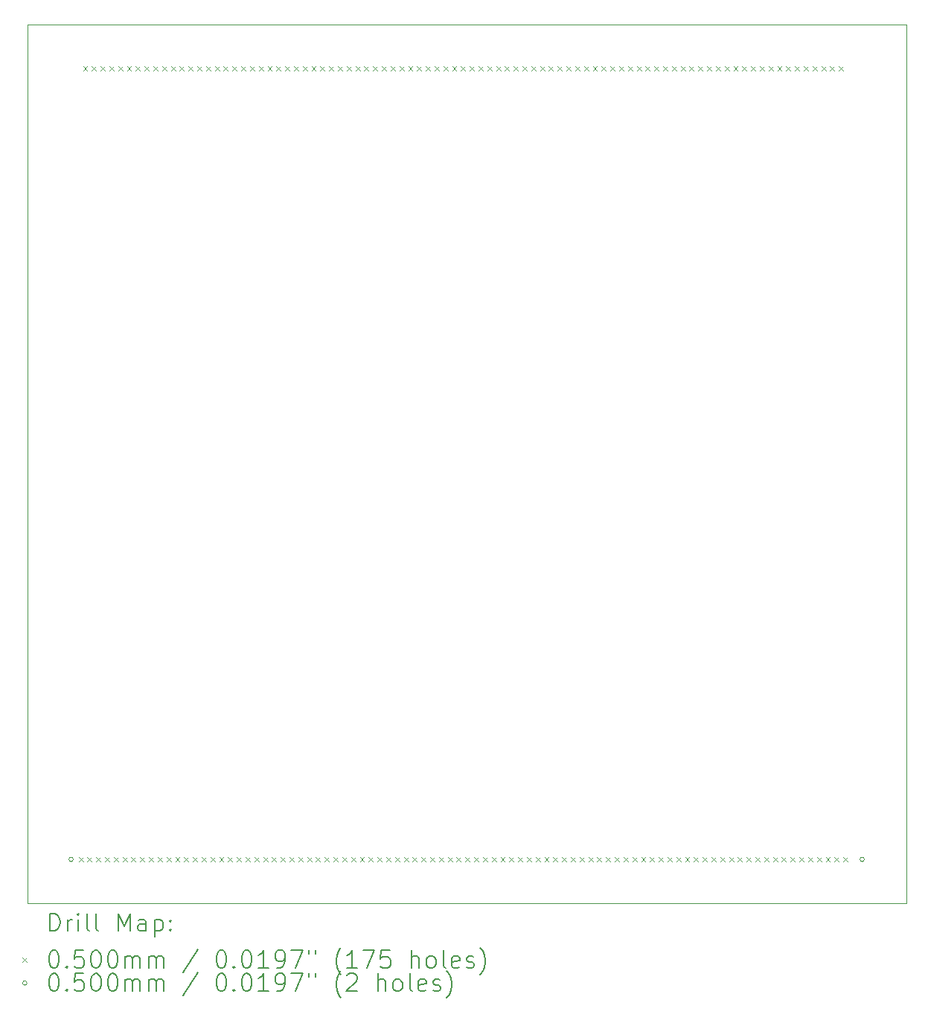
<source format=gbr>
%TF.GenerationSoftware,KiCad,Pcbnew,8.0.4*%
%TF.CreationDate,2024-09-11T16:59:29+10:00*%
%TF.ProjectId,pcb-inductor,7063622d-696e-4647-9563-746f722e6b69,rev?*%
%TF.SameCoordinates,Original*%
%TF.FileFunction,Drillmap*%
%TF.FilePolarity,Positive*%
%FSLAX45Y45*%
G04 Gerber Fmt 4.5, Leading zero omitted, Abs format (unit mm)*
G04 Created by KiCad (PCBNEW 8.0.4) date 2024-09-11 16:59:29*
%MOMM*%
%LPD*%
G01*
G04 APERTURE LIST*
%ADD10C,0.050000*%
%ADD11C,0.200000*%
%ADD12C,0.100000*%
G04 APERTURE END LIST*
D10*
X10500000Y-5000000D02*
X20500000Y-5000000D01*
X20500000Y-15000000D01*
X10500000Y-15000000D01*
X10500000Y-5000000D01*
D11*
D12*
X11085000Y-14475000D02*
X11135000Y-14525000D01*
X11135000Y-14475000D02*
X11085000Y-14525000D01*
X11135000Y-5475000D02*
X11185000Y-5525000D01*
X11185000Y-5475000D02*
X11135000Y-5525000D01*
X11185000Y-14475000D02*
X11235000Y-14525000D01*
X11235000Y-14475000D02*
X11185000Y-14525000D01*
X11235000Y-5475000D02*
X11285000Y-5525000D01*
X11285000Y-5475000D02*
X11235000Y-5525000D01*
X11285000Y-14475000D02*
X11335000Y-14525000D01*
X11335000Y-14475000D02*
X11285000Y-14525000D01*
X11335000Y-5475000D02*
X11385000Y-5525000D01*
X11385000Y-5475000D02*
X11335000Y-5525000D01*
X11385000Y-14475000D02*
X11435000Y-14525000D01*
X11435000Y-14475000D02*
X11385000Y-14525000D01*
X11435000Y-5475000D02*
X11485000Y-5525000D01*
X11485000Y-5475000D02*
X11435000Y-5525000D01*
X11485000Y-14475000D02*
X11535000Y-14525000D01*
X11535000Y-14475000D02*
X11485000Y-14525000D01*
X11535000Y-5475000D02*
X11585000Y-5525000D01*
X11585000Y-5475000D02*
X11535000Y-5525000D01*
X11585000Y-14475000D02*
X11635000Y-14525000D01*
X11635000Y-14475000D02*
X11585000Y-14525000D01*
X11635000Y-5475000D02*
X11685000Y-5525000D01*
X11685000Y-5475000D02*
X11635000Y-5525000D01*
X11685000Y-14475000D02*
X11735000Y-14525000D01*
X11735000Y-14475000D02*
X11685000Y-14525000D01*
X11735000Y-5475000D02*
X11785000Y-5525000D01*
X11785000Y-5475000D02*
X11735000Y-5525000D01*
X11785000Y-14475000D02*
X11835000Y-14525000D01*
X11835000Y-14475000D02*
X11785000Y-14525000D01*
X11835000Y-5475000D02*
X11885000Y-5525000D01*
X11885000Y-5475000D02*
X11835000Y-5525000D01*
X11885000Y-14475000D02*
X11935000Y-14525000D01*
X11935000Y-14475000D02*
X11885000Y-14525000D01*
X11935000Y-5475000D02*
X11985000Y-5525000D01*
X11985000Y-5475000D02*
X11935000Y-5525000D01*
X11985000Y-14475000D02*
X12035000Y-14525000D01*
X12035000Y-14475000D02*
X11985000Y-14525000D01*
X12035000Y-5475000D02*
X12085000Y-5525000D01*
X12085000Y-5475000D02*
X12035000Y-5525000D01*
X12085000Y-14475000D02*
X12135000Y-14525000D01*
X12135000Y-14475000D02*
X12085000Y-14525000D01*
X12135000Y-5475000D02*
X12185000Y-5525000D01*
X12185000Y-5475000D02*
X12135000Y-5525000D01*
X12185000Y-14475000D02*
X12235000Y-14525000D01*
X12235000Y-14475000D02*
X12185000Y-14525000D01*
X12235000Y-5475000D02*
X12285000Y-5525000D01*
X12285000Y-5475000D02*
X12235000Y-5525000D01*
X12285000Y-14475000D02*
X12335000Y-14525000D01*
X12335000Y-14475000D02*
X12285000Y-14525000D01*
X12335000Y-5475000D02*
X12385000Y-5525000D01*
X12385000Y-5475000D02*
X12335000Y-5525000D01*
X12385000Y-14475000D02*
X12435000Y-14525000D01*
X12435000Y-14475000D02*
X12385000Y-14525000D01*
X12435000Y-5475000D02*
X12485000Y-5525000D01*
X12485000Y-5475000D02*
X12435000Y-5525000D01*
X12485000Y-14475000D02*
X12535000Y-14525000D01*
X12535000Y-14475000D02*
X12485000Y-14525000D01*
X12535000Y-5475000D02*
X12585000Y-5525000D01*
X12585000Y-5475000D02*
X12535000Y-5525000D01*
X12585000Y-14475000D02*
X12635000Y-14525000D01*
X12635000Y-14475000D02*
X12585000Y-14525000D01*
X12635000Y-5475000D02*
X12685000Y-5525000D01*
X12685000Y-5475000D02*
X12635000Y-5525000D01*
X12685000Y-14475000D02*
X12735000Y-14525000D01*
X12735000Y-14475000D02*
X12685000Y-14525000D01*
X12735000Y-5475000D02*
X12785000Y-5525000D01*
X12785000Y-5475000D02*
X12735000Y-5525000D01*
X12785000Y-14475000D02*
X12835000Y-14525000D01*
X12835000Y-14475000D02*
X12785000Y-14525000D01*
X12835000Y-5475000D02*
X12885000Y-5525000D01*
X12885000Y-5475000D02*
X12835000Y-5525000D01*
X12885000Y-14475000D02*
X12935000Y-14525000D01*
X12935000Y-14475000D02*
X12885000Y-14525000D01*
X12935000Y-5475000D02*
X12985000Y-5525000D01*
X12985000Y-5475000D02*
X12935000Y-5525000D01*
X12985000Y-14475000D02*
X13035000Y-14525000D01*
X13035000Y-14475000D02*
X12985000Y-14525000D01*
X13035000Y-5475000D02*
X13085000Y-5525000D01*
X13085000Y-5475000D02*
X13035000Y-5525000D01*
X13085000Y-14475000D02*
X13135000Y-14525000D01*
X13135000Y-14475000D02*
X13085000Y-14525000D01*
X13135000Y-5475000D02*
X13185000Y-5525000D01*
X13185000Y-5475000D02*
X13135000Y-5525000D01*
X13185000Y-14475000D02*
X13235000Y-14525000D01*
X13235000Y-14475000D02*
X13185000Y-14525000D01*
X13235000Y-5475000D02*
X13285000Y-5525000D01*
X13285000Y-5475000D02*
X13235000Y-5525000D01*
X13285000Y-14475000D02*
X13335000Y-14525000D01*
X13335000Y-14475000D02*
X13285000Y-14525000D01*
X13335000Y-5475000D02*
X13385000Y-5525000D01*
X13385000Y-5475000D02*
X13335000Y-5525000D01*
X13385000Y-14475000D02*
X13435000Y-14525000D01*
X13435000Y-14475000D02*
X13385000Y-14525000D01*
X13435000Y-5475000D02*
X13485000Y-5525000D01*
X13485000Y-5475000D02*
X13435000Y-5525000D01*
X13485000Y-14475000D02*
X13535000Y-14525000D01*
X13535000Y-14475000D02*
X13485000Y-14525000D01*
X13535000Y-5475000D02*
X13585000Y-5525000D01*
X13585000Y-5475000D02*
X13535000Y-5525000D01*
X13585000Y-14475000D02*
X13635000Y-14525000D01*
X13635000Y-14475000D02*
X13585000Y-14525000D01*
X13635000Y-5475000D02*
X13685000Y-5525000D01*
X13685000Y-5475000D02*
X13635000Y-5525000D01*
X13685000Y-14475000D02*
X13735000Y-14525000D01*
X13735000Y-14475000D02*
X13685000Y-14525000D01*
X13735000Y-5475000D02*
X13785000Y-5525000D01*
X13785000Y-5475000D02*
X13735000Y-5525000D01*
X13785000Y-14475000D02*
X13835000Y-14525000D01*
X13835000Y-14475000D02*
X13785000Y-14525000D01*
X13835000Y-5475000D02*
X13885000Y-5525000D01*
X13885000Y-5475000D02*
X13835000Y-5525000D01*
X13885000Y-14475000D02*
X13935000Y-14525000D01*
X13935000Y-14475000D02*
X13885000Y-14525000D01*
X13935000Y-5475000D02*
X13985000Y-5525000D01*
X13985000Y-5475000D02*
X13935000Y-5525000D01*
X13985000Y-14475000D02*
X14035000Y-14525000D01*
X14035000Y-14475000D02*
X13985000Y-14525000D01*
X14035000Y-5475000D02*
X14085000Y-5525000D01*
X14085000Y-5475000D02*
X14035000Y-5525000D01*
X14085000Y-14475000D02*
X14135000Y-14525000D01*
X14135000Y-14475000D02*
X14085000Y-14525000D01*
X14135000Y-5475000D02*
X14185000Y-5525000D01*
X14185000Y-5475000D02*
X14135000Y-5525000D01*
X14185000Y-14475000D02*
X14235000Y-14525000D01*
X14235000Y-14475000D02*
X14185000Y-14525000D01*
X14235000Y-5475000D02*
X14285000Y-5525000D01*
X14285000Y-5475000D02*
X14235000Y-5525000D01*
X14285000Y-14475000D02*
X14335000Y-14525000D01*
X14335000Y-14475000D02*
X14285000Y-14525000D01*
X14335000Y-5475000D02*
X14385000Y-5525000D01*
X14385000Y-5475000D02*
X14335000Y-5525000D01*
X14385000Y-14475000D02*
X14435000Y-14525000D01*
X14435000Y-14475000D02*
X14385000Y-14525000D01*
X14435000Y-5475000D02*
X14485000Y-5525000D01*
X14485000Y-5475000D02*
X14435000Y-5525000D01*
X14485000Y-14475000D02*
X14535000Y-14525000D01*
X14535000Y-14475000D02*
X14485000Y-14525000D01*
X14535000Y-5475000D02*
X14585000Y-5525000D01*
X14585000Y-5475000D02*
X14535000Y-5525000D01*
X14585000Y-14475000D02*
X14635000Y-14525000D01*
X14635000Y-14475000D02*
X14585000Y-14525000D01*
X14635000Y-5475000D02*
X14685000Y-5525000D01*
X14685000Y-5475000D02*
X14635000Y-5525000D01*
X14685000Y-14475000D02*
X14735000Y-14525000D01*
X14735000Y-14475000D02*
X14685000Y-14525000D01*
X14735000Y-5475000D02*
X14785000Y-5525000D01*
X14785000Y-5475000D02*
X14735000Y-5525000D01*
X14785000Y-14475000D02*
X14835000Y-14525000D01*
X14835000Y-14475000D02*
X14785000Y-14525000D01*
X14835000Y-5475000D02*
X14885000Y-5525000D01*
X14885000Y-5475000D02*
X14835000Y-5525000D01*
X14885000Y-14475000D02*
X14935000Y-14525000D01*
X14935000Y-14475000D02*
X14885000Y-14525000D01*
X14935000Y-5475000D02*
X14985000Y-5525000D01*
X14985000Y-5475000D02*
X14935000Y-5525000D01*
X14985000Y-14475000D02*
X15035000Y-14525000D01*
X15035000Y-14475000D02*
X14985000Y-14525000D01*
X15035000Y-5475000D02*
X15085000Y-5525000D01*
X15085000Y-5475000D02*
X15035000Y-5525000D01*
X15085000Y-14475000D02*
X15135000Y-14525000D01*
X15135000Y-14475000D02*
X15085000Y-14525000D01*
X15135000Y-5475000D02*
X15185000Y-5525000D01*
X15185000Y-5475000D02*
X15135000Y-5525000D01*
X15185000Y-14475000D02*
X15235000Y-14525000D01*
X15235000Y-14475000D02*
X15185000Y-14525000D01*
X15235000Y-5475000D02*
X15285000Y-5525000D01*
X15285000Y-5475000D02*
X15235000Y-5525000D01*
X15285000Y-14475000D02*
X15335000Y-14525000D01*
X15335000Y-14475000D02*
X15285000Y-14525000D01*
X15335000Y-5475000D02*
X15385000Y-5525000D01*
X15385000Y-5475000D02*
X15335000Y-5525000D01*
X15385000Y-14475000D02*
X15435000Y-14525000D01*
X15435000Y-14475000D02*
X15385000Y-14525000D01*
X15435000Y-5475000D02*
X15485000Y-5525000D01*
X15485000Y-5475000D02*
X15435000Y-5525000D01*
X15485000Y-14475000D02*
X15535000Y-14525000D01*
X15535000Y-14475000D02*
X15485000Y-14525000D01*
X15535000Y-5475000D02*
X15585000Y-5525000D01*
X15585000Y-5475000D02*
X15535000Y-5525000D01*
X15585000Y-14475000D02*
X15635000Y-14525000D01*
X15635000Y-14475000D02*
X15585000Y-14525000D01*
X15635000Y-5475000D02*
X15685000Y-5525000D01*
X15685000Y-5475000D02*
X15635000Y-5525000D01*
X15685000Y-14475000D02*
X15735000Y-14525000D01*
X15735000Y-14475000D02*
X15685000Y-14525000D01*
X15735000Y-5475000D02*
X15785000Y-5525000D01*
X15785000Y-5475000D02*
X15735000Y-5525000D01*
X15785000Y-14475000D02*
X15835000Y-14525000D01*
X15835000Y-14475000D02*
X15785000Y-14525000D01*
X15835000Y-5475000D02*
X15885000Y-5525000D01*
X15885000Y-5475000D02*
X15835000Y-5525000D01*
X15885000Y-14475000D02*
X15935000Y-14525000D01*
X15935000Y-14475000D02*
X15885000Y-14525000D01*
X15935000Y-5475000D02*
X15985000Y-5525000D01*
X15985000Y-5475000D02*
X15935000Y-5525000D01*
X15985000Y-14475000D02*
X16035000Y-14525000D01*
X16035000Y-14475000D02*
X15985000Y-14525000D01*
X16035000Y-5475000D02*
X16085000Y-5525000D01*
X16085000Y-5475000D02*
X16035000Y-5525000D01*
X16085000Y-14475000D02*
X16135000Y-14525000D01*
X16135000Y-14475000D02*
X16085000Y-14525000D01*
X16135000Y-5475000D02*
X16185000Y-5525000D01*
X16185000Y-5475000D02*
X16135000Y-5525000D01*
X16185000Y-14475000D02*
X16235000Y-14525000D01*
X16235000Y-14475000D02*
X16185000Y-14525000D01*
X16235000Y-5475000D02*
X16285000Y-5525000D01*
X16285000Y-5475000D02*
X16235000Y-5525000D01*
X16285000Y-14475000D02*
X16335000Y-14525000D01*
X16335000Y-14475000D02*
X16285000Y-14525000D01*
X16335000Y-5475000D02*
X16385000Y-5525000D01*
X16385000Y-5475000D02*
X16335000Y-5525000D01*
X16385000Y-14475000D02*
X16435000Y-14525000D01*
X16435000Y-14475000D02*
X16385000Y-14525000D01*
X16435000Y-5475000D02*
X16485000Y-5525000D01*
X16485000Y-5475000D02*
X16435000Y-5525000D01*
X16485000Y-14475000D02*
X16535000Y-14525000D01*
X16535000Y-14475000D02*
X16485000Y-14525000D01*
X16535000Y-5475000D02*
X16585000Y-5525000D01*
X16585000Y-5475000D02*
X16535000Y-5525000D01*
X16585000Y-14475000D02*
X16635000Y-14525000D01*
X16635000Y-14475000D02*
X16585000Y-14525000D01*
X16635000Y-5475000D02*
X16685000Y-5525000D01*
X16685000Y-5475000D02*
X16635000Y-5525000D01*
X16685000Y-14475000D02*
X16735000Y-14525000D01*
X16735000Y-14475000D02*
X16685000Y-14525000D01*
X16735000Y-5475000D02*
X16785000Y-5525000D01*
X16785000Y-5475000D02*
X16735000Y-5525000D01*
X16785000Y-14475000D02*
X16835000Y-14525000D01*
X16835000Y-14475000D02*
X16785000Y-14525000D01*
X16835000Y-5475000D02*
X16885000Y-5525000D01*
X16885000Y-5475000D02*
X16835000Y-5525000D01*
X16885000Y-14475000D02*
X16935000Y-14525000D01*
X16935000Y-14475000D02*
X16885000Y-14525000D01*
X16935000Y-5475000D02*
X16985000Y-5525000D01*
X16985000Y-5475000D02*
X16935000Y-5525000D01*
X16985000Y-14475000D02*
X17035000Y-14525000D01*
X17035000Y-14475000D02*
X16985000Y-14525000D01*
X17035000Y-5475000D02*
X17085000Y-5525000D01*
X17085000Y-5475000D02*
X17035000Y-5525000D01*
X17085000Y-14475000D02*
X17135000Y-14525000D01*
X17135000Y-14475000D02*
X17085000Y-14525000D01*
X17135000Y-5475000D02*
X17185000Y-5525000D01*
X17185000Y-5475000D02*
X17135000Y-5525000D01*
X17185000Y-14475000D02*
X17235000Y-14525000D01*
X17235000Y-14475000D02*
X17185000Y-14525000D01*
X17235000Y-5475000D02*
X17285000Y-5525000D01*
X17285000Y-5475000D02*
X17235000Y-5525000D01*
X17285000Y-14475000D02*
X17335000Y-14525000D01*
X17335000Y-14475000D02*
X17285000Y-14525000D01*
X17335000Y-5475000D02*
X17385000Y-5525000D01*
X17385000Y-5475000D02*
X17335000Y-5525000D01*
X17385000Y-14475000D02*
X17435000Y-14525000D01*
X17435000Y-14475000D02*
X17385000Y-14525000D01*
X17435000Y-5475000D02*
X17485000Y-5525000D01*
X17485000Y-5475000D02*
X17435000Y-5525000D01*
X17485000Y-14475000D02*
X17535000Y-14525000D01*
X17535000Y-14475000D02*
X17485000Y-14525000D01*
X17535000Y-5475000D02*
X17585000Y-5525000D01*
X17585000Y-5475000D02*
X17535000Y-5525000D01*
X17585000Y-14475000D02*
X17635000Y-14525000D01*
X17635000Y-14475000D02*
X17585000Y-14525000D01*
X17635000Y-5475000D02*
X17685000Y-5525000D01*
X17685000Y-5475000D02*
X17635000Y-5525000D01*
X17685000Y-14475000D02*
X17735000Y-14525000D01*
X17735000Y-14475000D02*
X17685000Y-14525000D01*
X17735000Y-5475000D02*
X17785000Y-5525000D01*
X17785000Y-5475000D02*
X17735000Y-5525000D01*
X17785000Y-14475000D02*
X17835000Y-14525000D01*
X17835000Y-14475000D02*
X17785000Y-14525000D01*
X17835000Y-5475000D02*
X17885000Y-5525000D01*
X17885000Y-5475000D02*
X17835000Y-5525000D01*
X17885000Y-14475000D02*
X17935000Y-14525000D01*
X17935000Y-14475000D02*
X17885000Y-14525000D01*
X17935000Y-5475000D02*
X17985000Y-5525000D01*
X17985000Y-5475000D02*
X17935000Y-5525000D01*
X17985000Y-14475000D02*
X18035000Y-14525000D01*
X18035000Y-14475000D02*
X17985000Y-14525000D01*
X18035000Y-5475000D02*
X18085000Y-5525000D01*
X18085000Y-5475000D02*
X18035000Y-5525000D01*
X18085000Y-14475000D02*
X18135000Y-14525000D01*
X18135000Y-14475000D02*
X18085000Y-14525000D01*
X18135000Y-5475000D02*
X18185000Y-5525000D01*
X18185000Y-5475000D02*
X18135000Y-5525000D01*
X18185000Y-14475000D02*
X18235000Y-14525000D01*
X18235000Y-14475000D02*
X18185000Y-14525000D01*
X18235000Y-5475000D02*
X18285000Y-5525000D01*
X18285000Y-5475000D02*
X18235000Y-5525000D01*
X18285000Y-14475000D02*
X18335000Y-14525000D01*
X18335000Y-14475000D02*
X18285000Y-14525000D01*
X18335000Y-5475000D02*
X18385000Y-5525000D01*
X18385000Y-5475000D02*
X18335000Y-5525000D01*
X18385000Y-14475000D02*
X18435000Y-14525000D01*
X18435000Y-14475000D02*
X18385000Y-14525000D01*
X18435000Y-5475000D02*
X18485000Y-5525000D01*
X18485000Y-5475000D02*
X18435000Y-5525000D01*
X18485000Y-14475000D02*
X18535000Y-14525000D01*
X18535000Y-14475000D02*
X18485000Y-14525000D01*
X18535000Y-5475000D02*
X18585000Y-5525000D01*
X18585000Y-5475000D02*
X18535000Y-5525000D01*
X18585000Y-14475000D02*
X18635000Y-14525000D01*
X18635000Y-14475000D02*
X18585000Y-14525000D01*
X18635000Y-5475000D02*
X18685000Y-5525000D01*
X18685000Y-5475000D02*
X18635000Y-5525000D01*
X18685000Y-14475000D02*
X18735000Y-14525000D01*
X18735000Y-14475000D02*
X18685000Y-14525000D01*
X18735000Y-5475000D02*
X18785000Y-5525000D01*
X18785000Y-5475000D02*
X18735000Y-5525000D01*
X18785000Y-14475000D02*
X18835000Y-14525000D01*
X18835000Y-14475000D02*
X18785000Y-14525000D01*
X18835000Y-5475000D02*
X18885000Y-5525000D01*
X18885000Y-5475000D02*
X18835000Y-5525000D01*
X18885000Y-14475000D02*
X18935000Y-14525000D01*
X18935000Y-14475000D02*
X18885000Y-14525000D01*
X18935000Y-5475000D02*
X18985000Y-5525000D01*
X18985000Y-5475000D02*
X18935000Y-5525000D01*
X18985000Y-14475000D02*
X19035000Y-14525000D01*
X19035000Y-14475000D02*
X18985000Y-14525000D01*
X19035000Y-5475000D02*
X19085000Y-5525000D01*
X19085000Y-5475000D02*
X19035000Y-5525000D01*
X19085000Y-14475000D02*
X19135000Y-14525000D01*
X19135000Y-14475000D02*
X19085000Y-14525000D01*
X19135000Y-5475000D02*
X19185000Y-5525000D01*
X19185000Y-5475000D02*
X19135000Y-5525000D01*
X19185000Y-14475000D02*
X19235000Y-14525000D01*
X19235000Y-14475000D02*
X19185000Y-14525000D01*
X19235000Y-5475000D02*
X19285000Y-5525000D01*
X19285000Y-5475000D02*
X19235000Y-5525000D01*
X19285000Y-14475000D02*
X19335000Y-14525000D01*
X19335000Y-14475000D02*
X19285000Y-14525000D01*
X19335000Y-5475000D02*
X19385000Y-5525000D01*
X19385000Y-5475000D02*
X19335000Y-5525000D01*
X19385000Y-14475000D02*
X19435000Y-14525000D01*
X19435000Y-14475000D02*
X19385000Y-14525000D01*
X19435000Y-5475000D02*
X19485000Y-5525000D01*
X19485000Y-5475000D02*
X19435000Y-5525000D01*
X19485000Y-14475000D02*
X19535000Y-14525000D01*
X19535000Y-14475000D02*
X19485000Y-14525000D01*
X19535000Y-5475000D02*
X19585000Y-5525000D01*
X19585000Y-5475000D02*
X19535000Y-5525000D01*
X19585000Y-14475000D02*
X19635000Y-14525000D01*
X19635000Y-14475000D02*
X19585000Y-14525000D01*
X19635000Y-5475000D02*
X19685000Y-5525000D01*
X19685000Y-5475000D02*
X19635000Y-5525000D01*
X19685000Y-14475000D02*
X19735000Y-14525000D01*
X19735000Y-14475000D02*
X19685000Y-14525000D01*
X19735000Y-5475000D02*
X19785000Y-5525000D01*
X19785000Y-5475000D02*
X19735000Y-5525000D01*
X19785000Y-14475000D02*
X19835000Y-14525000D01*
X19835000Y-14475000D02*
X19785000Y-14525000D01*
X11025000Y-14500000D02*
G75*
G02*
X10975000Y-14500000I-25000J0D01*
G01*
X10975000Y-14500000D02*
G75*
G02*
X11025000Y-14500000I25000J0D01*
G01*
X20025000Y-14500000D02*
G75*
G02*
X19975000Y-14500000I-25000J0D01*
G01*
X19975000Y-14500000D02*
G75*
G02*
X20025000Y-14500000I25000J0D01*
G01*
D11*
X10758277Y-15313984D02*
X10758277Y-15113984D01*
X10758277Y-15113984D02*
X10805896Y-15113984D01*
X10805896Y-15113984D02*
X10834467Y-15123508D01*
X10834467Y-15123508D02*
X10853515Y-15142555D01*
X10853515Y-15142555D02*
X10863039Y-15161603D01*
X10863039Y-15161603D02*
X10872563Y-15199698D01*
X10872563Y-15199698D02*
X10872563Y-15228269D01*
X10872563Y-15228269D02*
X10863039Y-15266365D01*
X10863039Y-15266365D02*
X10853515Y-15285412D01*
X10853515Y-15285412D02*
X10834467Y-15304460D01*
X10834467Y-15304460D02*
X10805896Y-15313984D01*
X10805896Y-15313984D02*
X10758277Y-15313984D01*
X10958277Y-15313984D02*
X10958277Y-15180650D01*
X10958277Y-15218746D02*
X10967801Y-15199698D01*
X10967801Y-15199698D02*
X10977324Y-15190174D01*
X10977324Y-15190174D02*
X10996372Y-15180650D01*
X10996372Y-15180650D02*
X11015420Y-15180650D01*
X11082086Y-15313984D02*
X11082086Y-15180650D01*
X11082086Y-15113984D02*
X11072563Y-15123508D01*
X11072563Y-15123508D02*
X11082086Y-15133031D01*
X11082086Y-15133031D02*
X11091610Y-15123508D01*
X11091610Y-15123508D02*
X11082086Y-15113984D01*
X11082086Y-15113984D02*
X11082086Y-15133031D01*
X11205896Y-15313984D02*
X11186848Y-15304460D01*
X11186848Y-15304460D02*
X11177324Y-15285412D01*
X11177324Y-15285412D02*
X11177324Y-15113984D01*
X11310658Y-15313984D02*
X11291610Y-15304460D01*
X11291610Y-15304460D02*
X11282086Y-15285412D01*
X11282086Y-15285412D02*
X11282086Y-15113984D01*
X11539229Y-15313984D02*
X11539229Y-15113984D01*
X11539229Y-15113984D02*
X11605896Y-15256841D01*
X11605896Y-15256841D02*
X11672562Y-15113984D01*
X11672562Y-15113984D02*
X11672562Y-15313984D01*
X11853515Y-15313984D02*
X11853515Y-15209222D01*
X11853515Y-15209222D02*
X11843991Y-15190174D01*
X11843991Y-15190174D02*
X11824943Y-15180650D01*
X11824943Y-15180650D02*
X11786848Y-15180650D01*
X11786848Y-15180650D02*
X11767801Y-15190174D01*
X11853515Y-15304460D02*
X11834467Y-15313984D01*
X11834467Y-15313984D02*
X11786848Y-15313984D01*
X11786848Y-15313984D02*
X11767801Y-15304460D01*
X11767801Y-15304460D02*
X11758277Y-15285412D01*
X11758277Y-15285412D02*
X11758277Y-15266365D01*
X11758277Y-15266365D02*
X11767801Y-15247317D01*
X11767801Y-15247317D02*
X11786848Y-15237793D01*
X11786848Y-15237793D02*
X11834467Y-15237793D01*
X11834467Y-15237793D02*
X11853515Y-15228269D01*
X11948753Y-15180650D02*
X11948753Y-15380650D01*
X11948753Y-15190174D02*
X11967801Y-15180650D01*
X11967801Y-15180650D02*
X12005896Y-15180650D01*
X12005896Y-15180650D02*
X12024943Y-15190174D01*
X12024943Y-15190174D02*
X12034467Y-15199698D01*
X12034467Y-15199698D02*
X12043991Y-15218746D01*
X12043991Y-15218746D02*
X12043991Y-15275888D01*
X12043991Y-15275888D02*
X12034467Y-15294936D01*
X12034467Y-15294936D02*
X12024943Y-15304460D01*
X12024943Y-15304460D02*
X12005896Y-15313984D01*
X12005896Y-15313984D02*
X11967801Y-15313984D01*
X11967801Y-15313984D02*
X11948753Y-15304460D01*
X12129705Y-15294936D02*
X12139229Y-15304460D01*
X12139229Y-15304460D02*
X12129705Y-15313984D01*
X12129705Y-15313984D02*
X12120182Y-15304460D01*
X12120182Y-15304460D02*
X12129705Y-15294936D01*
X12129705Y-15294936D02*
X12129705Y-15313984D01*
X12129705Y-15190174D02*
X12139229Y-15199698D01*
X12139229Y-15199698D02*
X12129705Y-15209222D01*
X12129705Y-15209222D02*
X12120182Y-15199698D01*
X12120182Y-15199698D02*
X12129705Y-15190174D01*
X12129705Y-15190174D02*
X12129705Y-15209222D01*
D12*
X10447500Y-15617500D02*
X10497500Y-15667500D01*
X10497500Y-15617500D02*
X10447500Y-15667500D01*
D11*
X10796372Y-15533984D02*
X10815420Y-15533984D01*
X10815420Y-15533984D02*
X10834467Y-15543508D01*
X10834467Y-15543508D02*
X10843991Y-15553031D01*
X10843991Y-15553031D02*
X10853515Y-15572079D01*
X10853515Y-15572079D02*
X10863039Y-15610174D01*
X10863039Y-15610174D02*
X10863039Y-15657793D01*
X10863039Y-15657793D02*
X10853515Y-15695888D01*
X10853515Y-15695888D02*
X10843991Y-15714936D01*
X10843991Y-15714936D02*
X10834467Y-15724460D01*
X10834467Y-15724460D02*
X10815420Y-15733984D01*
X10815420Y-15733984D02*
X10796372Y-15733984D01*
X10796372Y-15733984D02*
X10777324Y-15724460D01*
X10777324Y-15724460D02*
X10767801Y-15714936D01*
X10767801Y-15714936D02*
X10758277Y-15695888D01*
X10758277Y-15695888D02*
X10748753Y-15657793D01*
X10748753Y-15657793D02*
X10748753Y-15610174D01*
X10748753Y-15610174D02*
X10758277Y-15572079D01*
X10758277Y-15572079D02*
X10767801Y-15553031D01*
X10767801Y-15553031D02*
X10777324Y-15543508D01*
X10777324Y-15543508D02*
X10796372Y-15533984D01*
X10948753Y-15714936D02*
X10958277Y-15724460D01*
X10958277Y-15724460D02*
X10948753Y-15733984D01*
X10948753Y-15733984D02*
X10939229Y-15724460D01*
X10939229Y-15724460D02*
X10948753Y-15714936D01*
X10948753Y-15714936D02*
X10948753Y-15733984D01*
X11139229Y-15533984D02*
X11043991Y-15533984D01*
X11043991Y-15533984D02*
X11034467Y-15629222D01*
X11034467Y-15629222D02*
X11043991Y-15619698D01*
X11043991Y-15619698D02*
X11063039Y-15610174D01*
X11063039Y-15610174D02*
X11110658Y-15610174D01*
X11110658Y-15610174D02*
X11129705Y-15619698D01*
X11129705Y-15619698D02*
X11139229Y-15629222D01*
X11139229Y-15629222D02*
X11148753Y-15648269D01*
X11148753Y-15648269D02*
X11148753Y-15695888D01*
X11148753Y-15695888D02*
X11139229Y-15714936D01*
X11139229Y-15714936D02*
X11129705Y-15724460D01*
X11129705Y-15724460D02*
X11110658Y-15733984D01*
X11110658Y-15733984D02*
X11063039Y-15733984D01*
X11063039Y-15733984D02*
X11043991Y-15724460D01*
X11043991Y-15724460D02*
X11034467Y-15714936D01*
X11272562Y-15533984D02*
X11291610Y-15533984D01*
X11291610Y-15533984D02*
X11310658Y-15543508D01*
X11310658Y-15543508D02*
X11320182Y-15553031D01*
X11320182Y-15553031D02*
X11329705Y-15572079D01*
X11329705Y-15572079D02*
X11339229Y-15610174D01*
X11339229Y-15610174D02*
X11339229Y-15657793D01*
X11339229Y-15657793D02*
X11329705Y-15695888D01*
X11329705Y-15695888D02*
X11320182Y-15714936D01*
X11320182Y-15714936D02*
X11310658Y-15724460D01*
X11310658Y-15724460D02*
X11291610Y-15733984D01*
X11291610Y-15733984D02*
X11272562Y-15733984D01*
X11272562Y-15733984D02*
X11253515Y-15724460D01*
X11253515Y-15724460D02*
X11243991Y-15714936D01*
X11243991Y-15714936D02*
X11234467Y-15695888D01*
X11234467Y-15695888D02*
X11224943Y-15657793D01*
X11224943Y-15657793D02*
X11224943Y-15610174D01*
X11224943Y-15610174D02*
X11234467Y-15572079D01*
X11234467Y-15572079D02*
X11243991Y-15553031D01*
X11243991Y-15553031D02*
X11253515Y-15543508D01*
X11253515Y-15543508D02*
X11272562Y-15533984D01*
X11463039Y-15533984D02*
X11482086Y-15533984D01*
X11482086Y-15533984D02*
X11501134Y-15543508D01*
X11501134Y-15543508D02*
X11510658Y-15553031D01*
X11510658Y-15553031D02*
X11520182Y-15572079D01*
X11520182Y-15572079D02*
X11529705Y-15610174D01*
X11529705Y-15610174D02*
X11529705Y-15657793D01*
X11529705Y-15657793D02*
X11520182Y-15695888D01*
X11520182Y-15695888D02*
X11510658Y-15714936D01*
X11510658Y-15714936D02*
X11501134Y-15724460D01*
X11501134Y-15724460D02*
X11482086Y-15733984D01*
X11482086Y-15733984D02*
X11463039Y-15733984D01*
X11463039Y-15733984D02*
X11443991Y-15724460D01*
X11443991Y-15724460D02*
X11434467Y-15714936D01*
X11434467Y-15714936D02*
X11424943Y-15695888D01*
X11424943Y-15695888D02*
X11415420Y-15657793D01*
X11415420Y-15657793D02*
X11415420Y-15610174D01*
X11415420Y-15610174D02*
X11424943Y-15572079D01*
X11424943Y-15572079D02*
X11434467Y-15553031D01*
X11434467Y-15553031D02*
X11443991Y-15543508D01*
X11443991Y-15543508D02*
X11463039Y-15533984D01*
X11615420Y-15733984D02*
X11615420Y-15600650D01*
X11615420Y-15619698D02*
X11624943Y-15610174D01*
X11624943Y-15610174D02*
X11643991Y-15600650D01*
X11643991Y-15600650D02*
X11672563Y-15600650D01*
X11672563Y-15600650D02*
X11691610Y-15610174D01*
X11691610Y-15610174D02*
X11701134Y-15629222D01*
X11701134Y-15629222D02*
X11701134Y-15733984D01*
X11701134Y-15629222D02*
X11710658Y-15610174D01*
X11710658Y-15610174D02*
X11729705Y-15600650D01*
X11729705Y-15600650D02*
X11758277Y-15600650D01*
X11758277Y-15600650D02*
X11777324Y-15610174D01*
X11777324Y-15610174D02*
X11786848Y-15629222D01*
X11786848Y-15629222D02*
X11786848Y-15733984D01*
X11882086Y-15733984D02*
X11882086Y-15600650D01*
X11882086Y-15619698D02*
X11891610Y-15610174D01*
X11891610Y-15610174D02*
X11910658Y-15600650D01*
X11910658Y-15600650D02*
X11939229Y-15600650D01*
X11939229Y-15600650D02*
X11958277Y-15610174D01*
X11958277Y-15610174D02*
X11967801Y-15629222D01*
X11967801Y-15629222D02*
X11967801Y-15733984D01*
X11967801Y-15629222D02*
X11977324Y-15610174D01*
X11977324Y-15610174D02*
X11996372Y-15600650D01*
X11996372Y-15600650D02*
X12024943Y-15600650D01*
X12024943Y-15600650D02*
X12043991Y-15610174D01*
X12043991Y-15610174D02*
X12053515Y-15629222D01*
X12053515Y-15629222D02*
X12053515Y-15733984D01*
X12443991Y-15524460D02*
X12272563Y-15781603D01*
X12701134Y-15533984D02*
X12720182Y-15533984D01*
X12720182Y-15533984D02*
X12739229Y-15543508D01*
X12739229Y-15543508D02*
X12748753Y-15553031D01*
X12748753Y-15553031D02*
X12758277Y-15572079D01*
X12758277Y-15572079D02*
X12767801Y-15610174D01*
X12767801Y-15610174D02*
X12767801Y-15657793D01*
X12767801Y-15657793D02*
X12758277Y-15695888D01*
X12758277Y-15695888D02*
X12748753Y-15714936D01*
X12748753Y-15714936D02*
X12739229Y-15724460D01*
X12739229Y-15724460D02*
X12720182Y-15733984D01*
X12720182Y-15733984D02*
X12701134Y-15733984D01*
X12701134Y-15733984D02*
X12682086Y-15724460D01*
X12682086Y-15724460D02*
X12672563Y-15714936D01*
X12672563Y-15714936D02*
X12663039Y-15695888D01*
X12663039Y-15695888D02*
X12653515Y-15657793D01*
X12653515Y-15657793D02*
X12653515Y-15610174D01*
X12653515Y-15610174D02*
X12663039Y-15572079D01*
X12663039Y-15572079D02*
X12672563Y-15553031D01*
X12672563Y-15553031D02*
X12682086Y-15543508D01*
X12682086Y-15543508D02*
X12701134Y-15533984D01*
X12853515Y-15714936D02*
X12863039Y-15724460D01*
X12863039Y-15724460D02*
X12853515Y-15733984D01*
X12853515Y-15733984D02*
X12843991Y-15724460D01*
X12843991Y-15724460D02*
X12853515Y-15714936D01*
X12853515Y-15714936D02*
X12853515Y-15733984D01*
X12986848Y-15533984D02*
X13005896Y-15533984D01*
X13005896Y-15533984D02*
X13024944Y-15543508D01*
X13024944Y-15543508D02*
X13034467Y-15553031D01*
X13034467Y-15553031D02*
X13043991Y-15572079D01*
X13043991Y-15572079D02*
X13053515Y-15610174D01*
X13053515Y-15610174D02*
X13053515Y-15657793D01*
X13053515Y-15657793D02*
X13043991Y-15695888D01*
X13043991Y-15695888D02*
X13034467Y-15714936D01*
X13034467Y-15714936D02*
X13024944Y-15724460D01*
X13024944Y-15724460D02*
X13005896Y-15733984D01*
X13005896Y-15733984D02*
X12986848Y-15733984D01*
X12986848Y-15733984D02*
X12967801Y-15724460D01*
X12967801Y-15724460D02*
X12958277Y-15714936D01*
X12958277Y-15714936D02*
X12948753Y-15695888D01*
X12948753Y-15695888D02*
X12939229Y-15657793D01*
X12939229Y-15657793D02*
X12939229Y-15610174D01*
X12939229Y-15610174D02*
X12948753Y-15572079D01*
X12948753Y-15572079D02*
X12958277Y-15553031D01*
X12958277Y-15553031D02*
X12967801Y-15543508D01*
X12967801Y-15543508D02*
X12986848Y-15533984D01*
X13243991Y-15733984D02*
X13129706Y-15733984D01*
X13186848Y-15733984D02*
X13186848Y-15533984D01*
X13186848Y-15533984D02*
X13167801Y-15562555D01*
X13167801Y-15562555D02*
X13148753Y-15581603D01*
X13148753Y-15581603D02*
X13129706Y-15591127D01*
X13339229Y-15733984D02*
X13377325Y-15733984D01*
X13377325Y-15733984D02*
X13396372Y-15724460D01*
X13396372Y-15724460D02*
X13405896Y-15714936D01*
X13405896Y-15714936D02*
X13424944Y-15686365D01*
X13424944Y-15686365D02*
X13434467Y-15648269D01*
X13434467Y-15648269D02*
X13434467Y-15572079D01*
X13434467Y-15572079D02*
X13424944Y-15553031D01*
X13424944Y-15553031D02*
X13415420Y-15543508D01*
X13415420Y-15543508D02*
X13396372Y-15533984D01*
X13396372Y-15533984D02*
X13358277Y-15533984D01*
X13358277Y-15533984D02*
X13339229Y-15543508D01*
X13339229Y-15543508D02*
X13329706Y-15553031D01*
X13329706Y-15553031D02*
X13320182Y-15572079D01*
X13320182Y-15572079D02*
X13320182Y-15619698D01*
X13320182Y-15619698D02*
X13329706Y-15638746D01*
X13329706Y-15638746D02*
X13339229Y-15648269D01*
X13339229Y-15648269D02*
X13358277Y-15657793D01*
X13358277Y-15657793D02*
X13396372Y-15657793D01*
X13396372Y-15657793D02*
X13415420Y-15648269D01*
X13415420Y-15648269D02*
X13424944Y-15638746D01*
X13424944Y-15638746D02*
X13434467Y-15619698D01*
X13501134Y-15533984D02*
X13634467Y-15533984D01*
X13634467Y-15533984D02*
X13548753Y-15733984D01*
X13701134Y-15533984D02*
X13701134Y-15572079D01*
X13777325Y-15533984D02*
X13777325Y-15572079D01*
X14072563Y-15810174D02*
X14063039Y-15800650D01*
X14063039Y-15800650D02*
X14043991Y-15772079D01*
X14043991Y-15772079D02*
X14034468Y-15753031D01*
X14034468Y-15753031D02*
X14024944Y-15724460D01*
X14024944Y-15724460D02*
X14015420Y-15676841D01*
X14015420Y-15676841D02*
X14015420Y-15638746D01*
X14015420Y-15638746D02*
X14024944Y-15591127D01*
X14024944Y-15591127D02*
X14034468Y-15562555D01*
X14034468Y-15562555D02*
X14043991Y-15543508D01*
X14043991Y-15543508D02*
X14063039Y-15514936D01*
X14063039Y-15514936D02*
X14072563Y-15505412D01*
X14253515Y-15733984D02*
X14139229Y-15733984D01*
X14196372Y-15733984D02*
X14196372Y-15533984D01*
X14196372Y-15533984D02*
X14177325Y-15562555D01*
X14177325Y-15562555D02*
X14158277Y-15581603D01*
X14158277Y-15581603D02*
X14139229Y-15591127D01*
X14320182Y-15533984D02*
X14453515Y-15533984D01*
X14453515Y-15533984D02*
X14367801Y-15733984D01*
X14624944Y-15533984D02*
X14529706Y-15533984D01*
X14529706Y-15533984D02*
X14520182Y-15629222D01*
X14520182Y-15629222D02*
X14529706Y-15619698D01*
X14529706Y-15619698D02*
X14548753Y-15610174D01*
X14548753Y-15610174D02*
X14596372Y-15610174D01*
X14596372Y-15610174D02*
X14615420Y-15619698D01*
X14615420Y-15619698D02*
X14624944Y-15629222D01*
X14624944Y-15629222D02*
X14634468Y-15648269D01*
X14634468Y-15648269D02*
X14634468Y-15695888D01*
X14634468Y-15695888D02*
X14624944Y-15714936D01*
X14624944Y-15714936D02*
X14615420Y-15724460D01*
X14615420Y-15724460D02*
X14596372Y-15733984D01*
X14596372Y-15733984D02*
X14548753Y-15733984D01*
X14548753Y-15733984D02*
X14529706Y-15724460D01*
X14529706Y-15724460D02*
X14520182Y-15714936D01*
X14872563Y-15733984D02*
X14872563Y-15533984D01*
X14958277Y-15733984D02*
X14958277Y-15629222D01*
X14958277Y-15629222D02*
X14948753Y-15610174D01*
X14948753Y-15610174D02*
X14929706Y-15600650D01*
X14929706Y-15600650D02*
X14901134Y-15600650D01*
X14901134Y-15600650D02*
X14882087Y-15610174D01*
X14882087Y-15610174D02*
X14872563Y-15619698D01*
X15082087Y-15733984D02*
X15063039Y-15724460D01*
X15063039Y-15724460D02*
X15053515Y-15714936D01*
X15053515Y-15714936D02*
X15043991Y-15695888D01*
X15043991Y-15695888D02*
X15043991Y-15638746D01*
X15043991Y-15638746D02*
X15053515Y-15619698D01*
X15053515Y-15619698D02*
X15063039Y-15610174D01*
X15063039Y-15610174D02*
X15082087Y-15600650D01*
X15082087Y-15600650D02*
X15110658Y-15600650D01*
X15110658Y-15600650D02*
X15129706Y-15610174D01*
X15129706Y-15610174D02*
X15139230Y-15619698D01*
X15139230Y-15619698D02*
X15148753Y-15638746D01*
X15148753Y-15638746D02*
X15148753Y-15695888D01*
X15148753Y-15695888D02*
X15139230Y-15714936D01*
X15139230Y-15714936D02*
X15129706Y-15724460D01*
X15129706Y-15724460D02*
X15110658Y-15733984D01*
X15110658Y-15733984D02*
X15082087Y-15733984D01*
X15263039Y-15733984D02*
X15243991Y-15724460D01*
X15243991Y-15724460D02*
X15234468Y-15705412D01*
X15234468Y-15705412D02*
X15234468Y-15533984D01*
X15415420Y-15724460D02*
X15396372Y-15733984D01*
X15396372Y-15733984D02*
X15358277Y-15733984D01*
X15358277Y-15733984D02*
X15339230Y-15724460D01*
X15339230Y-15724460D02*
X15329706Y-15705412D01*
X15329706Y-15705412D02*
X15329706Y-15629222D01*
X15329706Y-15629222D02*
X15339230Y-15610174D01*
X15339230Y-15610174D02*
X15358277Y-15600650D01*
X15358277Y-15600650D02*
X15396372Y-15600650D01*
X15396372Y-15600650D02*
X15415420Y-15610174D01*
X15415420Y-15610174D02*
X15424944Y-15629222D01*
X15424944Y-15629222D02*
X15424944Y-15648269D01*
X15424944Y-15648269D02*
X15329706Y-15667317D01*
X15501134Y-15724460D02*
X15520182Y-15733984D01*
X15520182Y-15733984D02*
X15558277Y-15733984D01*
X15558277Y-15733984D02*
X15577325Y-15724460D01*
X15577325Y-15724460D02*
X15586849Y-15705412D01*
X15586849Y-15705412D02*
X15586849Y-15695888D01*
X15586849Y-15695888D02*
X15577325Y-15676841D01*
X15577325Y-15676841D02*
X15558277Y-15667317D01*
X15558277Y-15667317D02*
X15529706Y-15667317D01*
X15529706Y-15667317D02*
X15510658Y-15657793D01*
X15510658Y-15657793D02*
X15501134Y-15638746D01*
X15501134Y-15638746D02*
X15501134Y-15629222D01*
X15501134Y-15629222D02*
X15510658Y-15610174D01*
X15510658Y-15610174D02*
X15529706Y-15600650D01*
X15529706Y-15600650D02*
X15558277Y-15600650D01*
X15558277Y-15600650D02*
X15577325Y-15610174D01*
X15653515Y-15810174D02*
X15663039Y-15800650D01*
X15663039Y-15800650D02*
X15682087Y-15772079D01*
X15682087Y-15772079D02*
X15691611Y-15753031D01*
X15691611Y-15753031D02*
X15701134Y-15724460D01*
X15701134Y-15724460D02*
X15710658Y-15676841D01*
X15710658Y-15676841D02*
X15710658Y-15638746D01*
X15710658Y-15638746D02*
X15701134Y-15591127D01*
X15701134Y-15591127D02*
X15691611Y-15562555D01*
X15691611Y-15562555D02*
X15682087Y-15543508D01*
X15682087Y-15543508D02*
X15663039Y-15514936D01*
X15663039Y-15514936D02*
X15653515Y-15505412D01*
D12*
X10497500Y-15906500D02*
G75*
G02*
X10447500Y-15906500I-25000J0D01*
G01*
X10447500Y-15906500D02*
G75*
G02*
X10497500Y-15906500I25000J0D01*
G01*
D11*
X10796372Y-15797984D02*
X10815420Y-15797984D01*
X10815420Y-15797984D02*
X10834467Y-15807508D01*
X10834467Y-15807508D02*
X10843991Y-15817031D01*
X10843991Y-15817031D02*
X10853515Y-15836079D01*
X10853515Y-15836079D02*
X10863039Y-15874174D01*
X10863039Y-15874174D02*
X10863039Y-15921793D01*
X10863039Y-15921793D02*
X10853515Y-15959888D01*
X10853515Y-15959888D02*
X10843991Y-15978936D01*
X10843991Y-15978936D02*
X10834467Y-15988460D01*
X10834467Y-15988460D02*
X10815420Y-15997984D01*
X10815420Y-15997984D02*
X10796372Y-15997984D01*
X10796372Y-15997984D02*
X10777324Y-15988460D01*
X10777324Y-15988460D02*
X10767801Y-15978936D01*
X10767801Y-15978936D02*
X10758277Y-15959888D01*
X10758277Y-15959888D02*
X10748753Y-15921793D01*
X10748753Y-15921793D02*
X10748753Y-15874174D01*
X10748753Y-15874174D02*
X10758277Y-15836079D01*
X10758277Y-15836079D02*
X10767801Y-15817031D01*
X10767801Y-15817031D02*
X10777324Y-15807508D01*
X10777324Y-15807508D02*
X10796372Y-15797984D01*
X10948753Y-15978936D02*
X10958277Y-15988460D01*
X10958277Y-15988460D02*
X10948753Y-15997984D01*
X10948753Y-15997984D02*
X10939229Y-15988460D01*
X10939229Y-15988460D02*
X10948753Y-15978936D01*
X10948753Y-15978936D02*
X10948753Y-15997984D01*
X11139229Y-15797984D02*
X11043991Y-15797984D01*
X11043991Y-15797984D02*
X11034467Y-15893222D01*
X11034467Y-15893222D02*
X11043991Y-15883698D01*
X11043991Y-15883698D02*
X11063039Y-15874174D01*
X11063039Y-15874174D02*
X11110658Y-15874174D01*
X11110658Y-15874174D02*
X11129705Y-15883698D01*
X11129705Y-15883698D02*
X11139229Y-15893222D01*
X11139229Y-15893222D02*
X11148753Y-15912269D01*
X11148753Y-15912269D02*
X11148753Y-15959888D01*
X11148753Y-15959888D02*
X11139229Y-15978936D01*
X11139229Y-15978936D02*
X11129705Y-15988460D01*
X11129705Y-15988460D02*
X11110658Y-15997984D01*
X11110658Y-15997984D02*
X11063039Y-15997984D01*
X11063039Y-15997984D02*
X11043991Y-15988460D01*
X11043991Y-15988460D02*
X11034467Y-15978936D01*
X11272562Y-15797984D02*
X11291610Y-15797984D01*
X11291610Y-15797984D02*
X11310658Y-15807508D01*
X11310658Y-15807508D02*
X11320182Y-15817031D01*
X11320182Y-15817031D02*
X11329705Y-15836079D01*
X11329705Y-15836079D02*
X11339229Y-15874174D01*
X11339229Y-15874174D02*
X11339229Y-15921793D01*
X11339229Y-15921793D02*
X11329705Y-15959888D01*
X11329705Y-15959888D02*
X11320182Y-15978936D01*
X11320182Y-15978936D02*
X11310658Y-15988460D01*
X11310658Y-15988460D02*
X11291610Y-15997984D01*
X11291610Y-15997984D02*
X11272562Y-15997984D01*
X11272562Y-15997984D02*
X11253515Y-15988460D01*
X11253515Y-15988460D02*
X11243991Y-15978936D01*
X11243991Y-15978936D02*
X11234467Y-15959888D01*
X11234467Y-15959888D02*
X11224943Y-15921793D01*
X11224943Y-15921793D02*
X11224943Y-15874174D01*
X11224943Y-15874174D02*
X11234467Y-15836079D01*
X11234467Y-15836079D02*
X11243991Y-15817031D01*
X11243991Y-15817031D02*
X11253515Y-15807508D01*
X11253515Y-15807508D02*
X11272562Y-15797984D01*
X11463039Y-15797984D02*
X11482086Y-15797984D01*
X11482086Y-15797984D02*
X11501134Y-15807508D01*
X11501134Y-15807508D02*
X11510658Y-15817031D01*
X11510658Y-15817031D02*
X11520182Y-15836079D01*
X11520182Y-15836079D02*
X11529705Y-15874174D01*
X11529705Y-15874174D02*
X11529705Y-15921793D01*
X11529705Y-15921793D02*
X11520182Y-15959888D01*
X11520182Y-15959888D02*
X11510658Y-15978936D01*
X11510658Y-15978936D02*
X11501134Y-15988460D01*
X11501134Y-15988460D02*
X11482086Y-15997984D01*
X11482086Y-15997984D02*
X11463039Y-15997984D01*
X11463039Y-15997984D02*
X11443991Y-15988460D01*
X11443991Y-15988460D02*
X11434467Y-15978936D01*
X11434467Y-15978936D02*
X11424943Y-15959888D01*
X11424943Y-15959888D02*
X11415420Y-15921793D01*
X11415420Y-15921793D02*
X11415420Y-15874174D01*
X11415420Y-15874174D02*
X11424943Y-15836079D01*
X11424943Y-15836079D02*
X11434467Y-15817031D01*
X11434467Y-15817031D02*
X11443991Y-15807508D01*
X11443991Y-15807508D02*
X11463039Y-15797984D01*
X11615420Y-15997984D02*
X11615420Y-15864650D01*
X11615420Y-15883698D02*
X11624943Y-15874174D01*
X11624943Y-15874174D02*
X11643991Y-15864650D01*
X11643991Y-15864650D02*
X11672563Y-15864650D01*
X11672563Y-15864650D02*
X11691610Y-15874174D01*
X11691610Y-15874174D02*
X11701134Y-15893222D01*
X11701134Y-15893222D02*
X11701134Y-15997984D01*
X11701134Y-15893222D02*
X11710658Y-15874174D01*
X11710658Y-15874174D02*
X11729705Y-15864650D01*
X11729705Y-15864650D02*
X11758277Y-15864650D01*
X11758277Y-15864650D02*
X11777324Y-15874174D01*
X11777324Y-15874174D02*
X11786848Y-15893222D01*
X11786848Y-15893222D02*
X11786848Y-15997984D01*
X11882086Y-15997984D02*
X11882086Y-15864650D01*
X11882086Y-15883698D02*
X11891610Y-15874174D01*
X11891610Y-15874174D02*
X11910658Y-15864650D01*
X11910658Y-15864650D02*
X11939229Y-15864650D01*
X11939229Y-15864650D02*
X11958277Y-15874174D01*
X11958277Y-15874174D02*
X11967801Y-15893222D01*
X11967801Y-15893222D02*
X11967801Y-15997984D01*
X11967801Y-15893222D02*
X11977324Y-15874174D01*
X11977324Y-15874174D02*
X11996372Y-15864650D01*
X11996372Y-15864650D02*
X12024943Y-15864650D01*
X12024943Y-15864650D02*
X12043991Y-15874174D01*
X12043991Y-15874174D02*
X12053515Y-15893222D01*
X12053515Y-15893222D02*
X12053515Y-15997984D01*
X12443991Y-15788460D02*
X12272563Y-16045603D01*
X12701134Y-15797984D02*
X12720182Y-15797984D01*
X12720182Y-15797984D02*
X12739229Y-15807508D01*
X12739229Y-15807508D02*
X12748753Y-15817031D01*
X12748753Y-15817031D02*
X12758277Y-15836079D01*
X12758277Y-15836079D02*
X12767801Y-15874174D01*
X12767801Y-15874174D02*
X12767801Y-15921793D01*
X12767801Y-15921793D02*
X12758277Y-15959888D01*
X12758277Y-15959888D02*
X12748753Y-15978936D01*
X12748753Y-15978936D02*
X12739229Y-15988460D01*
X12739229Y-15988460D02*
X12720182Y-15997984D01*
X12720182Y-15997984D02*
X12701134Y-15997984D01*
X12701134Y-15997984D02*
X12682086Y-15988460D01*
X12682086Y-15988460D02*
X12672563Y-15978936D01*
X12672563Y-15978936D02*
X12663039Y-15959888D01*
X12663039Y-15959888D02*
X12653515Y-15921793D01*
X12653515Y-15921793D02*
X12653515Y-15874174D01*
X12653515Y-15874174D02*
X12663039Y-15836079D01*
X12663039Y-15836079D02*
X12672563Y-15817031D01*
X12672563Y-15817031D02*
X12682086Y-15807508D01*
X12682086Y-15807508D02*
X12701134Y-15797984D01*
X12853515Y-15978936D02*
X12863039Y-15988460D01*
X12863039Y-15988460D02*
X12853515Y-15997984D01*
X12853515Y-15997984D02*
X12843991Y-15988460D01*
X12843991Y-15988460D02*
X12853515Y-15978936D01*
X12853515Y-15978936D02*
X12853515Y-15997984D01*
X12986848Y-15797984D02*
X13005896Y-15797984D01*
X13005896Y-15797984D02*
X13024944Y-15807508D01*
X13024944Y-15807508D02*
X13034467Y-15817031D01*
X13034467Y-15817031D02*
X13043991Y-15836079D01*
X13043991Y-15836079D02*
X13053515Y-15874174D01*
X13053515Y-15874174D02*
X13053515Y-15921793D01*
X13053515Y-15921793D02*
X13043991Y-15959888D01*
X13043991Y-15959888D02*
X13034467Y-15978936D01*
X13034467Y-15978936D02*
X13024944Y-15988460D01*
X13024944Y-15988460D02*
X13005896Y-15997984D01*
X13005896Y-15997984D02*
X12986848Y-15997984D01*
X12986848Y-15997984D02*
X12967801Y-15988460D01*
X12967801Y-15988460D02*
X12958277Y-15978936D01*
X12958277Y-15978936D02*
X12948753Y-15959888D01*
X12948753Y-15959888D02*
X12939229Y-15921793D01*
X12939229Y-15921793D02*
X12939229Y-15874174D01*
X12939229Y-15874174D02*
X12948753Y-15836079D01*
X12948753Y-15836079D02*
X12958277Y-15817031D01*
X12958277Y-15817031D02*
X12967801Y-15807508D01*
X12967801Y-15807508D02*
X12986848Y-15797984D01*
X13243991Y-15997984D02*
X13129706Y-15997984D01*
X13186848Y-15997984D02*
X13186848Y-15797984D01*
X13186848Y-15797984D02*
X13167801Y-15826555D01*
X13167801Y-15826555D02*
X13148753Y-15845603D01*
X13148753Y-15845603D02*
X13129706Y-15855127D01*
X13339229Y-15997984D02*
X13377325Y-15997984D01*
X13377325Y-15997984D02*
X13396372Y-15988460D01*
X13396372Y-15988460D02*
X13405896Y-15978936D01*
X13405896Y-15978936D02*
X13424944Y-15950365D01*
X13424944Y-15950365D02*
X13434467Y-15912269D01*
X13434467Y-15912269D02*
X13434467Y-15836079D01*
X13434467Y-15836079D02*
X13424944Y-15817031D01*
X13424944Y-15817031D02*
X13415420Y-15807508D01*
X13415420Y-15807508D02*
X13396372Y-15797984D01*
X13396372Y-15797984D02*
X13358277Y-15797984D01*
X13358277Y-15797984D02*
X13339229Y-15807508D01*
X13339229Y-15807508D02*
X13329706Y-15817031D01*
X13329706Y-15817031D02*
X13320182Y-15836079D01*
X13320182Y-15836079D02*
X13320182Y-15883698D01*
X13320182Y-15883698D02*
X13329706Y-15902746D01*
X13329706Y-15902746D02*
X13339229Y-15912269D01*
X13339229Y-15912269D02*
X13358277Y-15921793D01*
X13358277Y-15921793D02*
X13396372Y-15921793D01*
X13396372Y-15921793D02*
X13415420Y-15912269D01*
X13415420Y-15912269D02*
X13424944Y-15902746D01*
X13424944Y-15902746D02*
X13434467Y-15883698D01*
X13501134Y-15797984D02*
X13634467Y-15797984D01*
X13634467Y-15797984D02*
X13548753Y-15997984D01*
X13701134Y-15797984D02*
X13701134Y-15836079D01*
X13777325Y-15797984D02*
X13777325Y-15836079D01*
X14072563Y-16074174D02*
X14063039Y-16064650D01*
X14063039Y-16064650D02*
X14043991Y-16036079D01*
X14043991Y-16036079D02*
X14034468Y-16017031D01*
X14034468Y-16017031D02*
X14024944Y-15988460D01*
X14024944Y-15988460D02*
X14015420Y-15940841D01*
X14015420Y-15940841D02*
X14015420Y-15902746D01*
X14015420Y-15902746D02*
X14024944Y-15855127D01*
X14024944Y-15855127D02*
X14034468Y-15826555D01*
X14034468Y-15826555D02*
X14043991Y-15807508D01*
X14043991Y-15807508D02*
X14063039Y-15778936D01*
X14063039Y-15778936D02*
X14072563Y-15769412D01*
X14139229Y-15817031D02*
X14148753Y-15807508D01*
X14148753Y-15807508D02*
X14167801Y-15797984D01*
X14167801Y-15797984D02*
X14215420Y-15797984D01*
X14215420Y-15797984D02*
X14234468Y-15807508D01*
X14234468Y-15807508D02*
X14243991Y-15817031D01*
X14243991Y-15817031D02*
X14253515Y-15836079D01*
X14253515Y-15836079D02*
X14253515Y-15855127D01*
X14253515Y-15855127D02*
X14243991Y-15883698D01*
X14243991Y-15883698D02*
X14129706Y-15997984D01*
X14129706Y-15997984D02*
X14253515Y-15997984D01*
X14491610Y-15997984D02*
X14491610Y-15797984D01*
X14577325Y-15997984D02*
X14577325Y-15893222D01*
X14577325Y-15893222D02*
X14567801Y-15874174D01*
X14567801Y-15874174D02*
X14548753Y-15864650D01*
X14548753Y-15864650D02*
X14520182Y-15864650D01*
X14520182Y-15864650D02*
X14501134Y-15874174D01*
X14501134Y-15874174D02*
X14491610Y-15883698D01*
X14701134Y-15997984D02*
X14682087Y-15988460D01*
X14682087Y-15988460D02*
X14672563Y-15978936D01*
X14672563Y-15978936D02*
X14663039Y-15959888D01*
X14663039Y-15959888D02*
X14663039Y-15902746D01*
X14663039Y-15902746D02*
X14672563Y-15883698D01*
X14672563Y-15883698D02*
X14682087Y-15874174D01*
X14682087Y-15874174D02*
X14701134Y-15864650D01*
X14701134Y-15864650D02*
X14729706Y-15864650D01*
X14729706Y-15864650D02*
X14748753Y-15874174D01*
X14748753Y-15874174D02*
X14758277Y-15883698D01*
X14758277Y-15883698D02*
X14767801Y-15902746D01*
X14767801Y-15902746D02*
X14767801Y-15959888D01*
X14767801Y-15959888D02*
X14758277Y-15978936D01*
X14758277Y-15978936D02*
X14748753Y-15988460D01*
X14748753Y-15988460D02*
X14729706Y-15997984D01*
X14729706Y-15997984D02*
X14701134Y-15997984D01*
X14882087Y-15997984D02*
X14863039Y-15988460D01*
X14863039Y-15988460D02*
X14853515Y-15969412D01*
X14853515Y-15969412D02*
X14853515Y-15797984D01*
X15034468Y-15988460D02*
X15015420Y-15997984D01*
X15015420Y-15997984D02*
X14977325Y-15997984D01*
X14977325Y-15997984D02*
X14958277Y-15988460D01*
X14958277Y-15988460D02*
X14948753Y-15969412D01*
X14948753Y-15969412D02*
X14948753Y-15893222D01*
X14948753Y-15893222D02*
X14958277Y-15874174D01*
X14958277Y-15874174D02*
X14977325Y-15864650D01*
X14977325Y-15864650D02*
X15015420Y-15864650D01*
X15015420Y-15864650D02*
X15034468Y-15874174D01*
X15034468Y-15874174D02*
X15043991Y-15893222D01*
X15043991Y-15893222D02*
X15043991Y-15912269D01*
X15043991Y-15912269D02*
X14948753Y-15931317D01*
X15120182Y-15988460D02*
X15139230Y-15997984D01*
X15139230Y-15997984D02*
X15177325Y-15997984D01*
X15177325Y-15997984D02*
X15196372Y-15988460D01*
X15196372Y-15988460D02*
X15205896Y-15969412D01*
X15205896Y-15969412D02*
X15205896Y-15959888D01*
X15205896Y-15959888D02*
X15196372Y-15940841D01*
X15196372Y-15940841D02*
X15177325Y-15931317D01*
X15177325Y-15931317D02*
X15148753Y-15931317D01*
X15148753Y-15931317D02*
X15129706Y-15921793D01*
X15129706Y-15921793D02*
X15120182Y-15902746D01*
X15120182Y-15902746D02*
X15120182Y-15893222D01*
X15120182Y-15893222D02*
X15129706Y-15874174D01*
X15129706Y-15874174D02*
X15148753Y-15864650D01*
X15148753Y-15864650D02*
X15177325Y-15864650D01*
X15177325Y-15864650D02*
X15196372Y-15874174D01*
X15272563Y-16074174D02*
X15282087Y-16064650D01*
X15282087Y-16064650D02*
X15301134Y-16036079D01*
X15301134Y-16036079D02*
X15310658Y-16017031D01*
X15310658Y-16017031D02*
X15320182Y-15988460D01*
X15320182Y-15988460D02*
X15329706Y-15940841D01*
X15329706Y-15940841D02*
X15329706Y-15902746D01*
X15329706Y-15902746D02*
X15320182Y-15855127D01*
X15320182Y-15855127D02*
X15310658Y-15826555D01*
X15310658Y-15826555D02*
X15301134Y-15807508D01*
X15301134Y-15807508D02*
X15282087Y-15778936D01*
X15282087Y-15778936D02*
X15272563Y-15769412D01*
M02*

</source>
